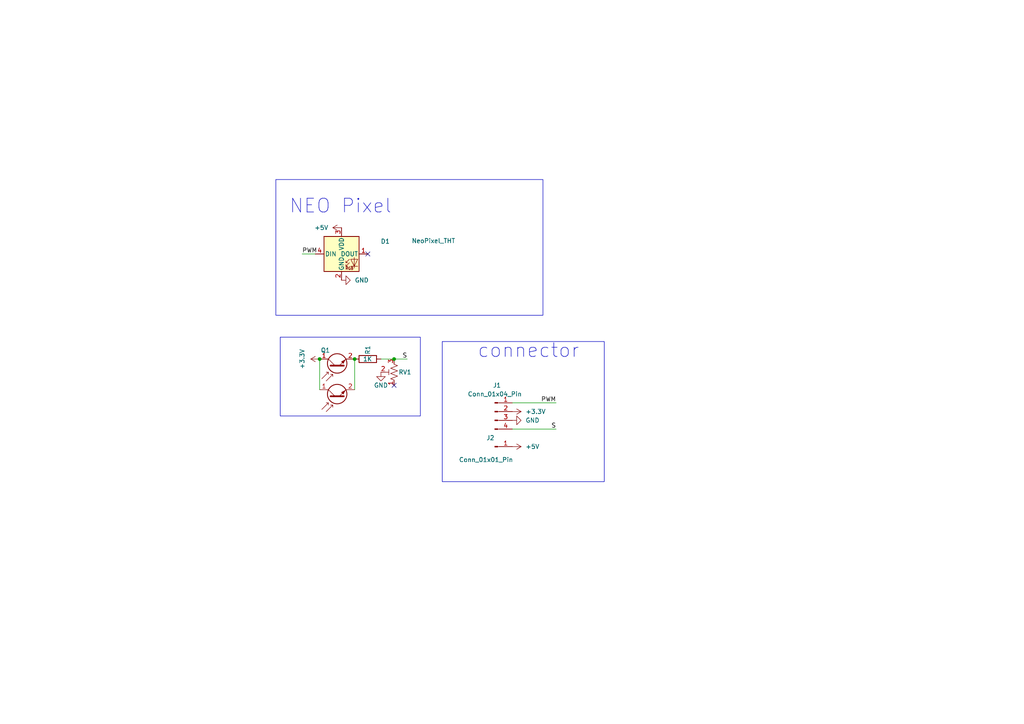
<source format=kicad_sch>
(kicad_sch (version 20230121) (generator eeschema)
  (paper "A4")
  (lib_symbols
    (symbol "Connector:Conn_01x01_Pin" (pin_names (offset 1.016) hide)
      (property "Reference" "J" (at 0 2.54 0))
      (property "Value" "Conn_01x01_Pin" (at 0 -2.54 0))
      (symbol "Conn_01x01_Pin_1_1"
        (polyline (pts (xy 1.27 0) (xy 0.8636 0)) (stroke (width 0.1524)))
        (rectangle (start 0.8636 0.127) (end 0 -0.127) (stroke (width 0.1524)) (fill (type outline)))
        (pin passive line (at 5.08 0 180) (length 3.81) (name "Pin_1") (number "1"))
      )
    )
    (symbol "Connector:Conn_01x04_Pin" (pin_names (offset 1.016) hide)
      (property "Reference" "J" (at 0 5.08 0))
      (property "Value" "Conn_01x04_Pin" (at 0 -7.62 0))
      (symbol "Conn_01x04_Pin_1_1"
        (polyline (pts (xy 1.27 -5.08) (xy 0.8636 -5.08)) (stroke (width 0.1524)))
        (polyline (pts (xy 1.27 -2.54) (xy 0.8636 -2.54)) (stroke (width 0.1524)))
        (polyline (pts (xy 1.27 0) (xy 0.8636 0)) (stroke (width 0.1524)))
        (polyline (pts (xy 1.27 2.54) (xy 0.8636 2.54)) (stroke (width 0.1524)))
        (rectangle (start 0.8636 -4.953) (end 0 -5.207) (stroke (width 0.1524)) (fill (type outline)))
        (rectangle (start 0.8636 -2.413) (end 0 -2.667) (stroke (width 0.1524)) (fill (type outline)))
        (rectangle (start 0.8636 0.127) (end 0 -0.127) (stroke (width 0.1524)) (fill (type outline)))
        (rectangle (start 0.8636 2.667) (end 0 2.413) (stroke (width 0.1524)) (fill (type outline)))
        (pin passive line (at 5.08 2.54 180) (length 3.81) (name "Pin_1") (number "1"))
        (pin passive line (at 5.08 0 180) (length 3.81) (name "Pin_2") (number "2"))
        (pin passive line (at 5.08 -2.54 180) (length 3.81) (name "Pin_3") (number "3"))
        (pin passive line (at 5.08 -5.08 180) (length 3.81) (name "Pin_4") (number "4"))
      )
    )
    (symbol "Device:Q_Photo_NPN" (pin_names (offset 0) hide)
      (property "Reference" "Q" (at 5.08 1.27 0))
      (property "Value" "Q_Photo_NPN" (at 5.08 -1.27 0))
      (symbol "Q_Photo_NPN_0_1"
        (polyline (pts (xy -1.905 1.27) (xy -2.54 1.27)))
        (polyline (pts (xy -1.27 2.54) (xy -1.905 2.54)))
        (polyline (pts (xy 0.635 0.635) (xy 2.54 2.54)))
        (polyline (pts (xy -3.81 3.175) (xy -1.905 1.27) (xy -1.905 1.905)))
        (polyline (pts (xy -3.175 4.445) (xy -1.27 2.54) (xy -1.27 3.175)))
        (polyline (pts (xy 0.635 -0.635) (xy 2.54 -2.54) (xy 2.54 -2.54)))
        (polyline (pts (xy 0.635 1.905) (xy 0.635 -1.905) (xy 0.635 -1.905)) (stroke (width 0.508)))
        (polyline (pts (xy 1.27 -1.778) (xy 1.778 -1.27) (xy 2.286 -2.286) (xy 1.27 -1.778) (xy 1.27 -1.778)) (fill (type outline)))
        (circle (center 1.27 0) (radius 2.8194) (stroke (width 0.254)))
      )
      (symbol "Q_Photo_NPN_1_1"
        (pin passive line (at 2.54 5.08 270) (length 2.54) (name "C") (number "1"))
        (pin passive line (at 2.54 -5.08 90) (length 2.54) (name "E") (number "2"))
      )
    )
    (symbol "Device:R" (pin_numbers hide) (pin_names (offset 0))
      (property "Reference" "R" (at 2.032 0 90))
      (property "Value" "R" (at 0 0 90))
      (symbol "R_0_1"
        (rectangle (start -1.016 -2.54) (end 1.016 2.54) (stroke (width 0.254)))
      )
      (symbol "R_1_1"
        (pin passive line (at 0 3.81 270) (length 1.27) (name "~") (number "1"))
        (pin passive line (at 0 -3.81 90) (length 1.27) (name "~") (number "2"))
      )
    )
    (symbol "Device:R_Potentiometer_Trim_US" (pin_names (offset 1.016) hide)
      (property "Reference" "RV" (at -4.445 0 90))
      (property "Value" "R_Potentiometer_Trim_US" (at -2.54 0 90))
      (symbol "R_Potentiometer_Trim_US_0_1"
        (polyline (pts (xy 0 -2.286) (xy 0 -2.54)))
        (polyline (pts (xy 0 2.286) (xy 0 2.54)))
        (polyline (pts (xy 1.524 0.762) (xy 1.524 -0.762)))
        (polyline (pts (xy 2.54 0) (xy 1.524 0)))
        (polyline (pts (xy 0 -0.762) (xy 1.016 -1.143) (xy 0 -1.524) (xy -1.016 -1.905) (xy 0 -2.286)))
        (polyline (pts (xy 0 0.762) (xy 1.016 0.381) (xy 0 0) (xy -1.016 -0.381) (xy 0 -0.762)))
        (polyline (pts (xy 0 2.286) (xy 1.016 1.905) (xy 0 1.524) (xy -1.016 1.143) (xy 0 0.762)))
      )
      (symbol "R_Potentiometer_Trim_US_1_1"
        (pin passive line (at 0 3.81 270) (length 1.27) (name "1") (number "1"))
        (pin passive line (at 3.81 0 180) (length 1.27) (name "2") (number "2"))
        (pin passive line (at 0 -3.81 90) (length 1.27) (name "3") (number "3"))
      )
    )
    (symbol "LED:NeoPixel_THT" (pin_names (offset 0.254))
      (property "Reference" "D" (at 5.08 5.715 0))
      (property "Value" "NeoPixel_THT" (at 1.27 -5.715 0))
      (symbol "NeoPixel_THT_0_0"
        (text "RGB" (at 2.286 -4.191 0) (effects (font (size 0.762 0.762))))
      )
      (symbol "NeoPixel_THT_0_1"
        (polyline (pts (xy 1.27 -3.556) (xy 1.778 -3.556)))
        (polyline (pts (xy 1.27 -2.54) (xy 1.778 -2.54)))
        (polyline (pts (xy 4.699 -3.556) (xy 2.667 -3.556)))
        (polyline (pts (xy 2.286 -2.54) (xy 1.27 -3.556) (xy 1.27 -3.048)))
        (polyline (pts (xy 2.286 -1.524) (xy 1.27 -2.54) (xy 1.27 -2.032)))
        (polyline (pts (xy 3.683 -1.016) (xy 3.683 -3.556) (xy 3.683 -4.064)))
        (polyline (pts (xy 4.699 -1.524) (xy 2.667 -1.524) (xy 3.683 -3.556) (xy 4.699 -1.524)))
        (rectangle (start 5.08 5.08) (end -5.08 -5.08) (stroke (width 0.254)) (fill (type background)))
      )
      (symbol "NeoPixel_THT_1_1"
        (pin output line (at 7.62 0 180) (length 2.54) (name "DOUT") (number "1"))
        (pin power_in line (at 0 -7.62 90) (length 2.54) (name "GND") (number "2"))
        (pin power_in line (at 0 7.62 270) (length 2.54) (name "VDD") (number "3"))
        (pin input line (at -7.62 0 0) (length 2.54) (name "DIN") (number "4"))
      )
    )
    (symbol "power:+3.3V" (power) (pin_names (offset 0))
      (property "Value" "+3.3V" (at 0 3.556 0))
      (symbol "+3.3V_0_1"
        (polyline (pts (xy -0.762 1.27) (xy 0 2.54)))
        (polyline (pts (xy 0 0) (xy 0 2.54)))
        (polyline (pts (xy 0 2.54) (xy 0.762 1.27)))
      )
      (symbol "+3.3V_1_1"
        (pin power_in line (at 0 0 90) (length 0) hide (name "+3.3V") (number "1"))
      )
    )
    (symbol "power:+5V" (power) (pin_names (offset 0))
      (property "Value" "+5V" (at 0 3.556 0))
      (symbol "+5V_0_1"
        (polyline (pts (xy -0.762 1.27) (xy 0 2.54)))
        (polyline (pts (xy 0 0) (xy 0 2.54)))
        (polyline (pts (xy 0 2.54) (xy 0.762 1.27)))
      )
      (symbol "+5V_1_1"
        (pin power_in line (at 0 0 90) (length 0) hide (name "+5V") (number "1"))
      )
    )
    (symbol "power:GND" (power) (pin_names (offset 0))
      (property "Value" "GND" (at 0 -3.81 0))
      (symbol "GND_0_1"
        (polyline (pts (xy 0 0) (xy 0 -1.27) (xy 1.27 -1.27) (xy 0 -2.54) (xy -1.27 -1.27) (xy 0 -1.27)))
      )
      (symbol "GND_1_1"
        (pin power_in line (at 0 0 270) (length 0) hide (name "GND") (number "1"))
      )
    )
  )
  (junction (at 92.71 104.14))
  (junction (at 114.3 104.14))
  (junction (at 102.87 104.14))
  (no_connect (at 114.3 111.76))
  (no_connect (at 106.68 73.66))
  (wire (pts (xy 110.49 104.14) (xy 114.3 104.14)))
  (wire (pts (xy 161.29 116.84) (xy 148.59 116.84)))
  (wire (pts (xy 114.3 104.14) (xy 118.11 104.14)))
  (wire (pts (xy 92.71 104.14) (xy 92.71 113.03)))
  (wire (pts (xy 102.87 104.14) (xy 102.87 113.03)))
  (wire (pts (xy 161.29 124.46) (xy 148.59 124.46)))
  (wire (pts (xy 87.63 73.66) (xy 91.44 73.66)))
  (rectangle (start 128.27 99.06) (end 175.26 139.7))
  (rectangle (start 81.28 97.79) (end 121.92 120.65))
  (rectangle (start 80.01 52.07) (end 157.48 91.44))
  (text "NEO Pixel\n" (at 83.82 62.23 0) (effects (font (size 4 4)) (justify left bottom)))
  (text "connector" (at 138.43 104.14 0) (effects (font (size 4 4)) (justify left bottom)))
  (label "PWM" (at 87.63 73.66 0))
  (label "S" (at 161.29 124.46 180))
  (label "S" (at 118.11 104.14 180))
  (label "PWM" (at 161.29 116.84 180))
  (symbol (lib_id "power:+5V") (at 148.59 129.54 270) (unit 1)
    (property "Reference" "#PWR07" (effects hide))
    (property "Value" "+5V" (at 152.4 129.54 90) (effects (justify left)))
  )
  (symbol (lib_id "power:GND") (at 110.49 107.95 0) (unit 1)
    (property "Reference" "#PWR03" (effects hide))
    (property "Value" "GND" (at 110.49 111.76 0))
  )
  (symbol (lib_id "Connector:Conn_01x01_Pin") (at 143.51 129.54 0) (unit 1)
    (property "Reference" "J2" (at 142.24 127 0))
    (property "Value" "Conn_01x01_Pin" (at 140.97 133.35 0))
    (property "Footprint" "Connector_PinHeader_2.54mm:PinHeader_1x01_P2.54mm_Vertical" (effects hide))
  )
  (symbol (lib_id "LED:NeoPixel_THT") (at 99.06 73.66 0) (unit 1)
    (property "Reference" "D1" (at 111.76 70.0121 0))
    (property "Value" "NeoPixel_THT" (at 125.73 69.85 0))
    (property "Footprint" "LED_SMD:LED_WS2812B_PLCC4_5.0x5.0mm_P3.2mm" (effects hide))
    (property "Datasheet" "https://www.adafruit.com/product/1938" (effects hide))
  )
  (symbol (lib_id "Connector:Conn_01x04_Pin") (at 143.51 119.38 0) (unit 1)
    (property "Reference" "J1" (at 144.145 111.76 0))
    (property "Value" "Conn_01x04_Pin" (at 143.51 114.3 0))
    (property "Footprint" "Connector_PinHeader_2.54mm:PinHeader_1x04_P2.54mm_Horizontal" (effects hide))
  )
  (symbol (lib_id "power:+5V") (at 99.06 66.04 90) (unit 1)
    (property "Reference" "#PWR02" (effects hide))
    (property "Value" "+5V" (at 95.25 66.04 90) (effects (justify left)))
  )
  (symbol (lib_id "power:GND") (at 99.06 81.28 90) (unit 1)
    (property "Reference" "#PWR04" (effects hide))
    (property "Value" "GND" (at 102.87 81.28 90) (effects (justify right)))
  )
  (symbol (lib_id "power:+3.3V") (at 92.71 104.14 90) (unit 1)
    (property "Reference" "#PWR01" (effects hide))
    (property "Value" "+3.3V" (at 87.63 104.14 0))
  )
  (symbol (lib_id "power:GND") (at 148.59 121.92 90) (unit 1)
    (property "Reference" "#PWR06" (effects hide))
    (property "Value" "GND" (at 152.4 121.92 90) (effects (justify right)))
  )
  (symbol (lib_id "Device:R_Potentiometer_Trim_US") (at 114.3 107.95 180) (unit 1)
    (property "Reference" "RV1" (at 115.57 107.95 0) (effects (justify right)))
    (property "Value" "R_Potentiometer_Trim_US" (effects hide))
    (property "Footprint" "Potentiometer_SMD:Potentiometer_Vishay_TS53YJ_Vertical" (effects hide))
  )
  (symbol (lib_id "power:+3.3V") (at 148.59 119.38 270) (unit 1)
    (property "Reference" "#PWR05" (effects hide))
    (property "Value" "+3.3V" (at 152.4 119.38 90) (effects (justify left)))
  )
  (symbol (lib_id "Device:Q_Photo_NPN") (at 97.79 106.68 90) (unit 1)
    (property "Reference" "Q1" (at 95.7707 101.6 90) (effects (justify left)))
    (property "Value" "Q_Photo_NPN" (effects hide))
    (property "Footprint" "LED_THT:LED_D3.0mm_Clear" (effects hide))
  )
  (symbol (lib_id "Device:Q_Photo_NPN") (at 97.79 115.57 90) (unit 1)
    (property "Reference" "Q2" (effects hide))
    (property "Value" "Q_Photo_NPN" (effects hide))
    (property "Footprint" "LED_THT:LED_D3.0mm_Clear" (effects hide))
  )
  (symbol (lib_id "Device:R") (at 106.68 104.14 270) (unit 1)
    (property "Reference" "R1" (at 106.68 102.87 0) (effects (justify right)))
    (property "Value" "1K" (at 107.95 104.14 90) (effects (justify right)))
    (property "Footprint" "Resistor_SMD:R_2010_5025Metric" (effects hide))
  )
)
</source>
